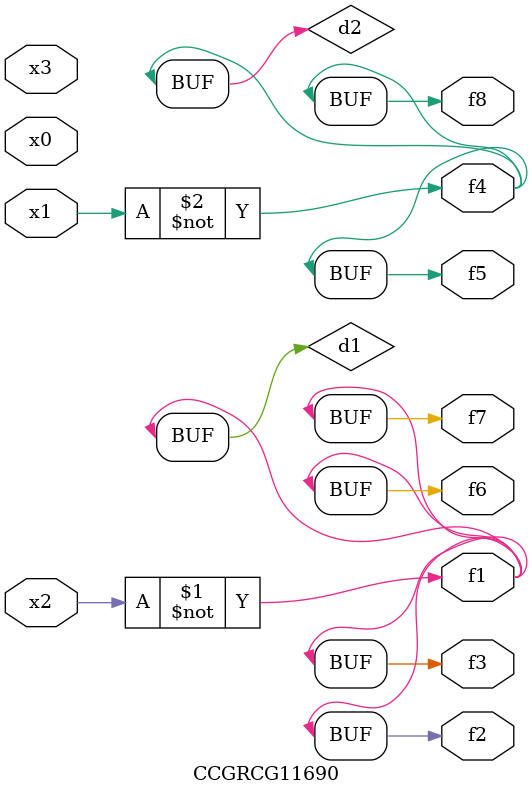
<source format=v>
module CCGRCG11690(
	input x0, x1, x2, x3,
	output f1, f2, f3, f4, f5, f6, f7, f8
);

	wire d1, d2;

	xnor (d1, x2);
	not (d2, x1);
	assign f1 = d1;
	assign f2 = d1;
	assign f3 = d1;
	assign f4 = d2;
	assign f5 = d2;
	assign f6 = d1;
	assign f7 = d1;
	assign f8 = d2;
endmodule

</source>
